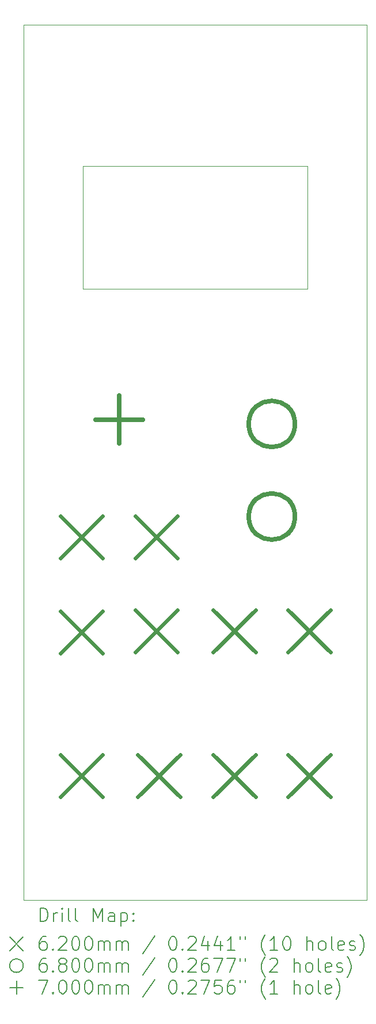
<source format=gbr>
%TF.GenerationSoftware,KiCad,Pcbnew,7.0.2*%
%TF.CreationDate,2025-01-10T16:22:41-06:00*%
%TF.ProjectId,gateDr_panel,67617465-4472-45f7-9061-6e656c2e6b69,rev?*%
%TF.SameCoordinates,Original*%
%TF.FileFunction,Drillmap*%
%TF.FilePolarity,Positive*%
%FSLAX45Y45*%
G04 Gerber Fmt 4.5, Leading zero omitted, Abs format (unit mm)*
G04 Created by KiCad (PCBNEW 7.0.2) date 2025-01-10 16:22:41*
%MOMM*%
%LPD*%
G01*
G04 APERTURE LIST*
%ADD10C,0.100000*%
%ADD11C,0.200000*%
%ADD12C,0.620000*%
%ADD13C,0.680000*%
%ADD14C,0.700000*%
G04 APERTURE END LIST*
D10*
X5000000Y-5000000D02*
X10050000Y-5000000D01*
X10050000Y-17850000D01*
X5000000Y-17850000D01*
X5000000Y-5000000D01*
X5875000Y-7075000D02*
X9175000Y-7075000D01*
X9175000Y-8875000D01*
X5875000Y-8875000D01*
X5875000Y-7075000D01*
D11*
D12*
X5540000Y-12210000D02*
X6160000Y-12830000D01*
X6160000Y-12210000D02*
X5540000Y-12830000D01*
X5540000Y-13610000D02*
X6160000Y-14230000D01*
X6160000Y-13610000D02*
X5540000Y-14230000D01*
X5540000Y-15715000D02*
X6160000Y-16335000D01*
X6160000Y-15715000D02*
X5540000Y-16335000D01*
X6640000Y-12210000D02*
X7260000Y-12830000D01*
X7260000Y-12210000D02*
X6640000Y-12830000D01*
X6640000Y-13590000D02*
X7260000Y-14210000D01*
X7260000Y-13590000D02*
X6640000Y-14210000D01*
X6680000Y-15715000D02*
X7300000Y-16335000D01*
X7300000Y-15715000D02*
X6680000Y-16335000D01*
X7790000Y-13590000D02*
X8410000Y-14210000D01*
X8410000Y-13590000D02*
X7790000Y-14210000D01*
X7790000Y-15715000D02*
X8410000Y-16335000D01*
X8410000Y-15715000D02*
X7790000Y-16335000D01*
X8890000Y-13590000D02*
X9510000Y-14210000D01*
X9510000Y-13590000D02*
X8890000Y-14210000D01*
X8890000Y-15715000D02*
X9510000Y-16335000D01*
X9510000Y-15715000D02*
X8890000Y-16335000D01*
D13*
X8990000Y-10860000D02*
G75*
G03*
X8990000Y-10860000I-340000J0D01*
G01*
X8990000Y-12220000D02*
G75*
G03*
X8990000Y-12220000I-340000J0D01*
G01*
D14*
X6405000Y-10445000D02*
X6405000Y-11145000D01*
X6055000Y-10795000D02*
X6755000Y-10795000D01*
D11*
X5242619Y-18167524D02*
X5242619Y-17967524D01*
X5242619Y-17967524D02*
X5290238Y-17967524D01*
X5290238Y-17967524D02*
X5318810Y-17977048D01*
X5318810Y-17977048D02*
X5337857Y-17996095D01*
X5337857Y-17996095D02*
X5347381Y-18015143D01*
X5347381Y-18015143D02*
X5356905Y-18053238D01*
X5356905Y-18053238D02*
X5356905Y-18081810D01*
X5356905Y-18081810D02*
X5347381Y-18119905D01*
X5347381Y-18119905D02*
X5337857Y-18138952D01*
X5337857Y-18138952D02*
X5318810Y-18158000D01*
X5318810Y-18158000D02*
X5290238Y-18167524D01*
X5290238Y-18167524D02*
X5242619Y-18167524D01*
X5442619Y-18167524D02*
X5442619Y-18034190D01*
X5442619Y-18072286D02*
X5452143Y-18053238D01*
X5452143Y-18053238D02*
X5461667Y-18043714D01*
X5461667Y-18043714D02*
X5480714Y-18034190D01*
X5480714Y-18034190D02*
X5499762Y-18034190D01*
X5566429Y-18167524D02*
X5566429Y-18034190D01*
X5566429Y-17967524D02*
X5556905Y-17977048D01*
X5556905Y-17977048D02*
X5566429Y-17986571D01*
X5566429Y-17986571D02*
X5575952Y-17977048D01*
X5575952Y-17977048D02*
X5566429Y-17967524D01*
X5566429Y-17967524D02*
X5566429Y-17986571D01*
X5690238Y-18167524D02*
X5671190Y-18158000D01*
X5671190Y-18158000D02*
X5661667Y-18138952D01*
X5661667Y-18138952D02*
X5661667Y-17967524D01*
X5795000Y-18167524D02*
X5775952Y-18158000D01*
X5775952Y-18158000D02*
X5766428Y-18138952D01*
X5766428Y-18138952D02*
X5766428Y-17967524D01*
X6023571Y-18167524D02*
X6023571Y-17967524D01*
X6023571Y-17967524D02*
X6090238Y-18110381D01*
X6090238Y-18110381D02*
X6156905Y-17967524D01*
X6156905Y-17967524D02*
X6156905Y-18167524D01*
X6337857Y-18167524D02*
X6337857Y-18062762D01*
X6337857Y-18062762D02*
X6328333Y-18043714D01*
X6328333Y-18043714D02*
X6309286Y-18034190D01*
X6309286Y-18034190D02*
X6271190Y-18034190D01*
X6271190Y-18034190D02*
X6252143Y-18043714D01*
X6337857Y-18158000D02*
X6318809Y-18167524D01*
X6318809Y-18167524D02*
X6271190Y-18167524D01*
X6271190Y-18167524D02*
X6252143Y-18158000D01*
X6252143Y-18158000D02*
X6242619Y-18138952D01*
X6242619Y-18138952D02*
X6242619Y-18119905D01*
X6242619Y-18119905D02*
X6252143Y-18100857D01*
X6252143Y-18100857D02*
X6271190Y-18091333D01*
X6271190Y-18091333D02*
X6318809Y-18091333D01*
X6318809Y-18091333D02*
X6337857Y-18081810D01*
X6433095Y-18034190D02*
X6433095Y-18234190D01*
X6433095Y-18043714D02*
X6452143Y-18034190D01*
X6452143Y-18034190D02*
X6490238Y-18034190D01*
X6490238Y-18034190D02*
X6509286Y-18043714D01*
X6509286Y-18043714D02*
X6518809Y-18053238D01*
X6518809Y-18053238D02*
X6528333Y-18072286D01*
X6528333Y-18072286D02*
X6528333Y-18129429D01*
X6528333Y-18129429D02*
X6518809Y-18148476D01*
X6518809Y-18148476D02*
X6509286Y-18158000D01*
X6509286Y-18158000D02*
X6490238Y-18167524D01*
X6490238Y-18167524D02*
X6452143Y-18167524D01*
X6452143Y-18167524D02*
X6433095Y-18158000D01*
X6614048Y-18148476D02*
X6623571Y-18158000D01*
X6623571Y-18158000D02*
X6614048Y-18167524D01*
X6614048Y-18167524D02*
X6604524Y-18158000D01*
X6604524Y-18158000D02*
X6614048Y-18148476D01*
X6614048Y-18148476D02*
X6614048Y-18167524D01*
X6614048Y-18043714D02*
X6623571Y-18053238D01*
X6623571Y-18053238D02*
X6614048Y-18062762D01*
X6614048Y-18062762D02*
X6604524Y-18053238D01*
X6604524Y-18053238D02*
X6614048Y-18043714D01*
X6614048Y-18043714D02*
X6614048Y-18062762D01*
X4795000Y-18395000D02*
X4995000Y-18595000D01*
X4995000Y-18395000D02*
X4795000Y-18595000D01*
X5328333Y-18387524D02*
X5290238Y-18387524D01*
X5290238Y-18387524D02*
X5271190Y-18397048D01*
X5271190Y-18397048D02*
X5261667Y-18406571D01*
X5261667Y-18406571D02*
X5242619Y-18435143D01*
X5242619Y-18435143D02*
X5233095Y-18473238D01*
X5233095Y-18473238D02*
X5233095Y-18549429D01*
X5233095Y-18549429D02*
X5242619Y-18568476D01*
X5242619Y-18568476D02*
X5252143Y-18578000D01*
X5252143Y-18578000D02*
X5271190Y-18587524D01*
X5271190Y-18587524D02*
X5309286Y-18587524D01*
X5309286Y-18587524D02*
X5328333Y-18578000D01*
X5328333Y-18578000D02*
X5337857Y-18568476D01*
X5337857Y-18568476D02*
X5347381Y-18549429D01*
X5347381Y-18549429D02*
X5347381Y-18501810D01*
X5347381Y-18501810D02*
X5337857Y-18482762D01*
X5337857Y-18482762D02*
X5328333Y-18473238D01*
X5328333Y-18473238D02*
X5309286Y-18463714D01*
X5309286Y-18463714D02*
X5271190Y-18463714D01*
X5271190Y-18463714D02*
X5252143Y-18473238D01*
X5252143Y-18473238D02*
X5242619Y-18482762D01*
X5242619Y-18482762D02*
X5233095Y-18501810D01*
X5433095Y-18568476D02*
X5442619Y-18578000D01*
X5442619Y-18578000D02*
X5433095Y-18587524D01*
X5433095Y-18587524D02*
X5423571Y-18578000D01*
X5423571Y-18578000D02*
X5433095Y-18568476D01*
X5433095Y-18568476D02*
X5433095Y-18587524D01*
X5518810Y-18406571D02*
X5528333Y-18397048D01*
X5528333Y-18397048D02*
X5547381Y-18387524D01*
X5547381Y-18387524D02*
X5595000Y-18387524D01*
X5595000Y-18387524D02*
X5614048Y-18397048D01*
X5614048Y-18397048D02*
X5623571Y-18406571D01*
X5623571Y-18406571D02*
X5633095Y-18425619D01*
X5633095Y-18425619D02*
X5633095Y-18444667D01*
X5633095Y-18444667D02*
X5623571Y-18473238D01*
X5623571Y-18473238D02*
X5509286Y-18587524D01*
X5509286Y-18587524D02*
X5633095Y-18587524D01*
X5756905Y-18387524D02*
X5775952Y-18387524D01*
X5775952Y-18387524D02*
X5795000Y-18397048D01*
X5795000Y-18397048D02*
X5804524Y-18406571D01*
X5804524Y-18406571D02*
X5814048Y-18425619D01*
X5814048Y-18425619D02*
X5823571Y-18463714D01*
X5823571Y-18463714D02*
X5823571Y-18511333D01*
X5823571Y-18511333D02*
X5814048Y-18549429D01*
X5814048Y-18549429D02*
X5804524Y-18568476D01*
X5804524Y-18568476D02*
X5795000Y-18578000D01*
X5795000Y-18578000D02*
X5775952Y-18587524D01*
X5775952Y-18587524D02*
X5756905Y-18587524D01*
X5756905Y-18587524D02*
X5737857Y-18578000D01*
X5737857Y-18578000D02*
X5728333Y-18568476D01*
X5728333Y-18568476D02*
X5718809Y-18549429D01*
X5718809Y-18549429D02*
X5709286Y-18511333D01*
X5709286Y-18511333D02*
X5709286Y-18463714D01*
X5709286Y-18463714D02*
X5718809Y-18425619D01*
X5718809Y-18425619D02*
X5728333Y-18406571D01*
X5728333Y-18406571D02*
X5737857Y-18397048D01*
X5737857Y-18397048D02*
X5756905Y-18387524D01*
X5947381Y-18387524D02*
X5966429Y-18387524D01*
X5966429Y-18387524D02*
X5985476Y-18397048D01*
X5985476Y-18397048D02*
X5995000Y-18406571D01*
X5995000Y-18406571D02*
X6004524Y-18425619D01*
X6004524Y-18425619D02*
X6014048Y-18463714D01*
X6014048Y-18463714D02*
X6014048Y-18511333D01*
X6014048Y-18511333D02*
X6004524Y-18549429D01*
X6004524Y-18549429D02*
X5995000Y-18568476D01*
X5995000Y-18568476D02*
X5985476Y-18578000D01*
X5985476Y-18578000D02*
X5966429Y-18587524D01*
X5966429Y-18587524D02*
X5947381Y-18587524D01*
X5947381Y-18587524D02*
X5928333Y-18578000D01*
X5928333Y-18578000D02*
X5918809Y-18568476D01*
X5918809Y-18568476D02*
X5909286Y-18549429D01*
X5909286Y-18549429D02*
X5899762Y-18511333D01*
X5899762Y-18511333D02*
X5899762Y-18463714D01*
X5899762Y-18463714D02*
X5909286Y-18425619D01*
X5909286Y-18425619D02*
X5918809Y-18406571D01*
X5918809Y-18406571D02*
X5928333Y-18397048D01*
X5928333Y-18397048D02*
X5947381Y-18387524D01*
X6099762Y-18587524D02*
X6099762Y-18454190D01*
X6099762Y-18473238D02*
X6109286Y-18463714D01*
X6109286Y-18463714D02*
X6128333Y-18454190D01*
X6128333Y-18454190D02*
X6156905Y-18454190D01*
X6156905Y-18454190D02*
X6175952Y-18463714D01*
X6175952Y-18463714D02*
X6185476Y-18482762D01*
X6185476Y-18482762D02*
X6185476Y-18587524D01*
X6185476Y-18482762D02*
X6195000Y-18463714D01*
X6195000Y-18463714D02*
X6214048Y-18454190D01*
X6214048Y-18454190D02*
X6242619Y-18454190D01*
X6242619Y-18454190D02*
X6261667Y-18463714D01*
X6261667Y-18463714D02*
X6271190Y-18482762D01*
X6271190Y-18482762D02*
X6271190Y-18587524D01*
X6366429Y-18587524D02*
X6366429Y-18454190D01*
X6366429Y-18473238D02*
X6375952Y-18463714D01*
X6375952Y-18463714D02*
X6395000Y-18454190D01*
X6395000Y-18454190D02*
X6423571Y-18454190D01*
X6423571Y-18454190D02*
X6442619Y-18463714D01*
X6442619Y-18463714D02*
X6452143Y-18482762D01*
X6452143Y-18482762D02*
X6452143Y-18587524D01*
X6452143Y-18482762D02*
X6461667Y-18463714D01*
X6461667Y-18463714D02*
X6480714Y-18454190D01*
X6480714Y-18454190D02*
X6509286Y-18454190D01*
X6509286Y-18454190D02*
X6528333Y-18463714D01*
X6528333Y-18463714D02*
X6537857Y-18482762D01*
X6537857Y-18482762D02*
X6537857Y-18587524D01*
X6928333Y-18378000D02*
X6756905Y-18635143D01*
X7185476Y-18387524D02*
X7204524Y-18387524D01*
X7204524Y-18387524D02*
X7223572Y-18397048D01*
X7223572Y-18397048D02*
X7233095Y-18406571D01*
X7233095Y-18406571D02*
X7242619Y-18425619D01*
X7242619Y-18425619D02*
X7252143Y-18463714D01*
X7252143Y-18463714D02*
X7252143Y-18511333D01*
X7252143Y-18511333D02*
X7242619Y-18549429D01*
X7242619Y-18549429D02*
X7233095Y-18568476D01*
X7233095Y-18568476D02*
X7223572Y-18578000D01*
X7223572Y-18578000D02*
X7204524Y-18587524D01*
X7204524Y-18587524D02*
X7185476Y-18587524D01*
X7185476Y-18587524D02*
X7166429Y-18578000D01*
X7166429Y-18578000D02*
X7156905Y-18568476D01*
X7156905Y-18568476D02*
X7147381Y-18549429D01*
X7147381Y-18549429D02*
X7137857Y-18511333D01*
X7137857Y-18511333D02*
X7137857Y-18463714D01*
X7137857Y-18463714D02*
X7147381Y-18425619D01*
X7147381Y-18425619D02*
X7156905Y-18406571D01*
X7156905Y-18406571D02*
X7166429Y-18397048D01*
X7166429Y-18397048D02*
X7185476Y-18387524D01*
X7337857Y-18568476D02*
X7347381Y-18578000D01*
X7347381Y-18578000D02*
X7337857Y-18587524D01*
X7337857Y-18587524D02*
X7328333Y-18578000D01*
X7328333Y-18578000D02*
X7337857Y-18568476D01*
X7337857Y-18568476D02*
X7337857Y-18587524D01*
X7423572Y-18406571D02*
X7433095Y-18397048D01*
X7433095Y-18397048D02*
X7452143Y-18387524D01*
X7452143Y-18387524D02*
X7499762Y-18387524D01*
X7499762Y-18387524D02*
X7518810Y-18397048D01*
X7518810Y-18397048D02*
X7528333Y-18406571D01*
X7528333Y-18406571D02*
X7537857Y-18425619D01*
X7537857Y-18425619D02*
X7537857Y-18444667D01*
X7537857Y-18444667D02*
X7528333Y-18473238D01*
X7528333Y-18473238D02*
X7414048Y-18587524D01*
X7414048Y-18587524D02*
X7537857Y-18587524D01*
X7709286Y-18454190D02*
X7709286Y-18587524D01*
X7661667Y-18378000D02*
X7614048Y-18520857D01*
X7614048Y-18520857D02*
X7737857Y-18520857D01*
X7899762Y-18454190D02*
X7899762Y-18587524D01*
X7852143Y-18378000D02*
X7804524Y-18520857D01*
X7804524Y-18520857D02*
X7928333Y-18520857D01*
X8109286Y-18587524D02*
X7995000Y-18587524D01*
X8052143Y-18587524D02*
X8052143Y-18387524D01*
X8052143Y-18387524D02*
X8033095Y-18416095D01*
X8033095Y-18416095D02*
X8014048Y-18435143D01*
X8014048Y-18435143D02*
X7995000Y-18444667D01*
X8185476Y-18387524D02*
X8185476Y-18425619D01*
X8261667Y-18387524D02*
X8261667Y-18425619D01*
X8556905Y-18663714D02*
X8547381Y-18654190D01*
X8547381Y-18654190D02*
X8528334Y-18625619D01*
X8528334Y-18625619D02*
X8518810Y-18606571D01*
X8518810Y-18606571D02*
X8509286Y-18578000D01*
X8509286Y-18578000D02*
X8499762Y-18530381D01*
X8499762Y-18530381D02*
X8499762Y-18492286D01*
X8499762Y-18492286D02*
X8509286Y-18444667D01*
X8509286Y-18444667D02*
X8518810Y-18416095D01*
X8518810Y-18416095D02*
X8528334Y-18397048D01*
X8528334Y-18397048D02*
X8547381Y-18368476D01*
X8547381Y-18368476D02*
X8556905Y-18358952D01*
X8737857Y-18587524D02*
X8623572Y-18587524D01*
X8680715Y-18587524D02*
X8680715Y-18387524D01*
X8680715Y-18387524D02*
X8661667Y-18416095D01*
X8661667Y-18416095D02*
X8642619Y-18435143D01*
X8642619Y-18435143D02*
X8623572Y-18444667D01*
X8861667Y-18387524D02*
X8880715Y-18387524D01*
X8880715Y-18387524D02*
X8899762Y-18397048D01*
X8899762Y-18397048D02*
X8909286Y-18406571D01*
X8909286Y-18406571D02*
X8918810Y-18425619D01*
X8918810Y-18425619D02*
X8928334Y-18463714D01*
X8928334Y-18463714D02*
X8928334Y-18511333D01*
X8928334Y-18511333D02*
X8918810Y-18549429D01*
X8918810Y-18549429D02*
X8909286Y-18568476D01*
X8909286Y-18568476D02*
X8899762Y-18578000D01*
X8899762Y-18578000D02*
X8880715Y-18587524D01*
X8880715Y-18587524D02*
X8861667Y-18587524D01*
X8861667Y-18587524D02*
X8842619Y-18578000D01*
X8842619Y-18578000D02*
X8833096Y-18568476D01*
X8833096Y-18568476D02*
X8823572Y-18549429D01*
X8823572Y-18549429D02*
X8814048Y-18511333D01*
X8814048Y-18511333D02*
X8814048Y-18463714D01*
X8814048Y-18463714D02*
X8823572Y-18425619D01*
X8823572Y-18425619D02*
X8833096Y-18406571D01*
X8833096Y-18406571D02*
X8842619Y-18397048D01*
X8842619Y-18397048D02*
X8861667Y-18387524D01*
X9166429Y-18587524D02*
X9166429Y-18387524D01*
X9252143Y-18587524D02*
X9252143Y-18482762D01*
X9252143Y-18482762D02*
X9242619Y-18463714D01*
X9242619Y-18463714D02*
X9223572Y-18454190D01*
X9223572Y-18454190D02*
X9195000Y-18454190D01*
X9195000Y-18454190D02*
X9175953Y-18463714D01*
X9175953Y-18463714D02*
X9166429Y-18473238D01*
X9375953Y-18587524D02*
X9356905Y-18578000D01*
X9356905Y-18578000D02*
X9347381Y-18568476D01*
X9347381Y-18568476D02*
X9337858Y-18549429D01*
X9337858Y-18549429D02*
X9337858Y-18492286D01*
X9337858Y-18492286D02*
X9347381Y-18473238D01*
X9347381Y-18473238D02*
X9356905Y-18463714D01*
X9356905Y-18463714D02*
X9375953Y-18454190D01*
X9375953Y-18454190D02*
X9404524Y-18454190D01*
X9404524Y-18454190D02*
X9423572Y-18463714D01*
X9423572Y-18463714D02*
X9433096Y-18473238D01*
X9433096Y-18473238D02*
X9442619Y-18492286D01*
X9442619Y-18492286D02*
X9442619Y-18549429D01*
X9442619Y-18549429D02*
X9433096Y-18568476D01*
X9433096Y-18568476D02*
X9423572Y-18578000D01*
X9423572Y-18578000D02*
X9404524Y-18587524D01*
X9404524Y-18587524D02*
X9375953Y-18587524D01*
X9556905Y-18587524D02*
X9537858Y-18578000D01*
X9537858Y-18578000D02*
X9528334Y-18558952D01*
X9528334Y-18558952D02*
X9528334Y-18387524D01*
X9709286Y-18578000D02*
X9690239Y-18587524D01*
X9690239Y-18587524D02*
X9652143Y-18587524D01*
X9652143Y-18587524D02*
X9633096Y-18578000D01*
X9633096Y-18578000D02*
X9623572Y-18558952D01*
X9623572Y-18558952D02*
X9623572Y-18482762D01*
X9623572Y-18482762D02*
X9633096Y-18463714D01*
X9633096Y-18463714D02*
X9652143Y-18454190D01*
X9652143Y-18454190D02*
X9690239Y-18454190D01*
X9690239Y-18454190D02*
X9709286Y-18463714D01*
X9709286Y-18463714D02*
X9718810Y-18482762D01*
X9718810Y-18482762D02*
X9718810Y-18501810D01*
X9718810Y-18501810D02*
X9623572Y-18520857D01*
X9795000Y-18578000D02*
X9814048Y-18587524D01*
X9814048Y-18587524D02*
X9852143Y-18587524D01*
X9852143Y-18587524D02*
X9871191Y-18578000D01*
X9871191Y-18578000D02*
X9880715Y-18558952D01*
X9880715Y-18558952D02*
X9880715Y-18549429D01*
X9880715Y-18549429D02*
X9871191Y-18530381D01*
X9871191Y-18530381D02*
X9852143Y-18520857D01*
X9852143Y-18520857D02*
X9823572Y-18520857D01*
X9823572Y-18520857D02*
X9804524Y-18511333D01*
X9804524Y-18511333D02*
X9795000Y-18492286D01*
X9795000Y-18492286D02*
X9795000Y-18482762D01*
X9795000Y-18482762D02*
X9804524Y-18463714D01*
X9804524Y-18463714D02*
X9823572Y-18454190D01*
X9823572Y-18454190D02*
X9852143Y-18454190D01*
X9852143Y-18454190D02*
X9871191Y-18463714D01*
X9947381Y-18663714D02*
X9956905Y-18654190D01*
X9956905Y-18654190D02*
X9975953Y-18625619D01*
X9975953Y-18625619D02*
X9985477Y-18606571D01*
X9985477Y-18606571D02*
X9995000Y-18578000D01*
X9995000Y-18578000D02*
X10004524Y-18530381D01*
X10004524Y-18530381D02*
X10004524Y-18492286D01*
X10004524Y-18492286D02*
X9995000Y-18444667D01*
X9995000Y-18444667D02*
X9985477Y-18416095D01*
X9985477Y-18416095D02*
X9975953Y-18397048D01*
X9975953Y-18397048D02*
X9956905Y-18368476D01*
X9956905Y-18368476D02*
X9947381Y-18358952D01*
X4995000Y-18815000D02*
G75*
G03*
X4995000Y-18815000I-100000J0D01*
G01*
X5328333Y-18707524D02*
X5290238Y-18707524D01*
X5290238Y-18707524D02*
X5271190Y-18717048D01*
X5271190Y-18717048D02*
X5261667Y-18726571D01*
X5261667Y-18726571D02*
X5242619Y-18755143D01*
X5242619Y-18755143D02*
X5233095Y-18793238D01*
X5233095Y-18793238D02*
X5233095Y-18869429D01*
X5233095Y-18869429D02*
X5242619Y-18888476D01*
X5242619Y-18888476D02*
X5252143Y-18898000D01*
X5252143Y-18898000D02*
X5271190Y-18907524D01*
X5271190Y-18907524D02*
X5309286Y-18907524D01*
X5309286Y-18907524D02*
X5328333Y-18898000D01*
X5328333Y-18898000D02*
X5337857Y-18888476D01*
X5337857Y-18888476D02*
X5347381Y-18869429D01*
X5347381Y-18869429D02*
X5347381Y-18821810D01*
X5347381Y-18821810D02*
X5337857Y-18802762D01*
X5337857Y-18802762D02*
X5328333Y-18793238D01*
X5328333Y-18793238D02*
X5309286Y-18783714D01*
X5309286Y-18783714D02*
X5271190Y-18783714D01*
X5271190Y-18783714D02*
X5252143Y-18793238D01*
X5252143Y-18793238D02*
X5242619Y-18802762D01*
X5242619Y-18802762D02*
X5233095Y-18821810D01*
X5433095Y-18888476D02*
X5442619Y-18898000D01*
X5442619Y-18898000D02*
X5433095Y-18907524D01*
X5433095Y-18907524D02*
X5423571Y-18898000D01*
X5423571Y-18898000D02*
X5433095Y-18888476D01*
X5433095Y-18888476D02*
X5433095Y-18907524D01*
X5556905Y-18793238D02*
X5537857Y-18783714D01*
X5537857Y-18783714D02*
X5528333Y-18774190D01*
X5528333Y-18774190D02*
X5518810Y-18755143D01*
X5518810Y-18755143D02*
X5518810Y-18745619D01*
X5518810Y-18745619D02*
X5528333Y-18726571D01*
X5528333Y-18726571D02*
X5537857Y-18717048D01*
X5537857Y-18717048D02*
X5556905Y-18707524D01*
X5556905Y-18707524D02*
X5595000Y-18707524D01*
X5595000Y-18707524D02*
X5614048Y-18717048D01*
X5614048Y-18717048D02*
X5623571Y-18726571D01*
X5623571Y-18726571D02*
X5633095Y-18745619D01*
X5633095Y-18745619D02*
X5633095Y-18755143D01*
X5633095Y-18755143D02*
X5623571Y-18774190D01*
X5623571Y-18774190D02*
X5614048Y-18783714D01*
X5614048Y-18783714D02*
X5595000Y-18793238D01*
X5595000Y-18793238D02*
X5556905Y-18793238D01*
X5556905Y-18793238D02*
X5537857Y-18802762D01*
X5537857Y-18802762D02*
X5528333Y-18812286D01*
X5528333Y-18812286D02*
X5518810Y-18831333D01*
X5518810Y-18831333D02*
X5518810Y-18869429D01*
X5518810Y-18869429D02*
X5528333Y-18888476D01*
X5528333Y-18888476D02*
X5537857Y-18898000D01*
X5537857Y-18898000D02*
X5556905Y-18907524D01*
X5556905Y-18907524D02*
X5595000Y-18907524D01*
X5595000Y-18907524D02*
X5614048Y-18898000D01*
X5614048Y-18898000D02*
X5623571Y-18888476D01*
X5623571Y-18888476D02*
X5633095Y-18869429D01*
X5633095Y-18869429D02*
X5633095Y-18831333D01*
X5633095Y-18831333D02*
X5623571Y-18812286D01*
X5623571Y-18812286D02*
X5614048Y-18802762D01*
X5614048Y-18802762D02*
X5595000Y-18793238D01*
X5756905Y-18707524D02*
X5775952Y-18707524D01*
X5775952Y-18707524D02*
X5795000Y-18717048D01*
X5795000Y-18717048D02*
X5804524Y-18726571D01*
X5804524Y-18726571D02*
X5814048Y-18745619D01*
X5814048Y-18745619D02*
X5823571Y-18783714D01*
X5823571Y-18783714D02*
X5823571Y-18831333D01*
X5823571Y-18831333D02*
X5814048Y-18869429D01*
X5814048Y-18869429D02*
X5804524Y-18888476D01*
X5804524Y-18888476D02*
X5795000Y-18898000D01*
X5795000Y-18898000D02*
X5775952Y-18907524D01*
X5775952Y-18907524D02*
X5756905Y-18907524D01*
X5756905Y-18907524D02*
X5737857Y-18898000D01*
X5737857Y-18898000D02*
X5728333Y-18888476D01*
X5728333Y-18888476D02*
X5718809Y-18869429D01*
X5718809Y-18869429D02*
X5709286Y-18831333D01*
X5709286Y-18831333D02*
X5709286Y-18783714D01*
X5709286Y-18783714D02*
X5718809Y-18745619D01*
X5718809Y-18745619D02*
X5728333Y-18726571D01*
X5728333Y-18726571D02*
X5737857Y-18717048D01*
X5737857Y-18717048D02*
X5756905Y-18707524D01*
X5947381Y-18707524D02*
X5966429Y-18707524D01*
X5966429Y-18707524D02*
X5985476Y-18717048D01*
X5985476Y-18717048D02*
X5995000Y-18726571D01*
X5995000Y-18726571D02*
X6004524Y-18745619D01*
X6004524Y-18745619D02*
X6014048Y-18783714D01*
X6014048Y-18783714D02*
X6014048Y-18831333D01*
X6014048Y-18831333D02*
X6004524Y-18869429D01*
X6004524Y-18869429D02*
X5995000Y-18888476D01*
X5995000Y-18888476D02*
X5985476Y-18898000D01*
X5985476Y-18898000D02*
X5966429Y-18907524D01*
X5966429Y-18907524D02*
X5947381Y-18907524D01*
X5947381Y-18907524D02*
X5928333Y-18898000D01*
X5928333Y-18898000D02*
X5918809Y-18888476D01*
X5918809Y-18888476D02*
X5909286Y-18869429D01*
X5909286Y-18869429D02*
X5899762Y-18831333D01*
X5899762Y-18831333D02*
X5899762Y-18783714D01*
X5899762Y-18783714D02*
X5909286Y-18745619D01*
X5909286Y-18745619D02*
X5918809Y-18726571D01*
X5918809Y-18726571D02*
X5928333Y-18717048D01*
X5928333Y-18717048D02*
X5947381Y-18707524D01*
X6099762Y-18907524D02*
X6099762Y-18774190D01*
X6099762Y-18793238D02*
X6109286Y-18783714D01*
X6109286Y-18783714D02*
X6128333Y-18774190D01*
X6128333Y-18774190D02*
X6156905Y-18774190D01*
X6156905Y-18774190D02*
X6175952Y-18783714D01*
X6175952Y-18783714D02*
X6185476Y-18802762D01*
X6185476Y-18802762D02*
X6185476Y-18907524D01*
X6185476Y-18802762D02*
X6195000Y-18783714D01*
X6195000Y-18783714D02*
X6214048Y-18774190D01*
X6214048Y-18774190D02*
X6242619Y-18774190D01*
X6242619Y-18774190D02*
X6261667Y-18783714D01*
X6261667Y-18783714D02*
X6271190Y-18802762D01*
X6271190Y-18802762D02*
X6271190Y-18907524D01*
X6366429Y-18907524D02*
X6366429Y-18774190D01*
X6366429Y-18793238D02*
X6375952Y-18783714D01*
X6375952Y-18783714D02*
X6395000Y-18774190D01*
X6395000Y-18774190D02*
X6423571Y-18774190D01*
X6423571Y-18774190D02*
X6442619Y-18783714D01*
X6442619Y-18783714D02*
X6452143Y-18802762D01*
X6452143Y-18802762D02*
X6452143Y-18907524D01*
X6452143Y-18802762D02*
X6461667Y-18783714D01*
X6461667Y-18783714D02*
X6480714Y-18774190D01*
X6480714Y-18774190D02*
X6509286Y-18774190D01*
X6509286Y-18774190D02*
X6528333Y-18783714D01*
X6528333Y-18783714D02*
X6537857Y-18802762D01*
X6537857Y-18802762D02*
X6537857Y-18907524D01*
X6928333Y-18698000D02*
X6756905Y-18955143D01*
X7185476Y-18707524D02*
X7204524Y-18707524D01*
X7204524Y-18707524D02*
X7223572Y-18717048D01*
X7223572Y-18717048D02*
X7233095Y-18726571D01*
X7233095Y-18726571D02*
X7242619Y-18745619D01*
X7242619Y-18745619D02*
X7252143Y-18783714D01*
X7252143Y-18783714D02*
X7252143Y-18831333D01*
X7252143Y-18831333D02*
X7242619Y-18869429D01*
X7242619Y-18869429D02*
X7233095Y-18888476D01*
X7233095Y-18888476D02*
X7223572Y-18898000D01*
X7223572Y-18898000D02*
X7204524Y-18907524D01*
X7204524Y-18907524D02*
X7185476Y-18907524D01*
X7185476Y-18907524D02*
X7166429Y-18898000D01*
X7166429Y-18898000D02*
X7156905Y-18888476D01*
X7156905Y-18888476D02*
X7147381Y-18869429D01*
X7147381Y-18869429D02*
X7137857Y-18831333D01*
X7137857Y-18831333D02*
X7137857Y-18783714D01*
X7137857Y-18783714D02*
X7147381Y-18745619D01*
X7147381Y-18745619D02*
X7156905Y-18726571D01*
X7156905Y-18726571D02*
X7166429Y-18717048D01*
X7166429Y-18717048D02*
X7185476Y-18707524D01*
X7337857Y-18888476D02*
X7347381Y-18898000D01*
X7347381Y-18898000D02*
X7337857Y-18907524D01*
X7337857Y-18907524D02*
X7328333Y-18898000D01*
X7328333Y-18898000D02*
X7337857Y-18888476D01*
X7337857Y-18888476D02*
X7337857Y-18907524D01*
X7423572Y-18726571D02*
X7433095Y-18717048D01*
X7433095Y-18717048D02*
X7452143Y-18707524D01*
X7452143Y-18707524D02*
X7499762Y-18707524D01*
X7499762Y-18707524D02*
X7518810Y-18717048D01*
X7518810Y-18717048D02*
X7528333Y-18726571D01*
X7528333Y-18726571D02*
X7537857Y-18745619D01*
X7537857Y-18745619D02*
X7537857Y-18764667D01*
X7537857Y-18764667D02*
X7528333Y-18793238D01*
X7528333Y-18793238D02*
X7414048Y-18907524D01*
X7414048Y-18907524D02*
X7537857Y-18907524D01*
X7709286Y-18707524D02*
X7671191Y-18707524D01*
X7671191Y-18707524D02*
X7652143Y-18717048D01*
X7652143Y-18717048D02*
X7642619Y-18726571D01*
X7642619Y-18726571D02*
X7623572Y-18755143D01*
X7623572Y-18755143D02*
X7614048Y-18793238D01*
X7614048Y-18793238D02*
X7614048Y-18869429D01*
X7614048Y-18869429D02*
X7623572Y-18888476D01*
X7623572Y-18888476D02*
X7633095Y-18898000D01*
X7633095Y-18898000D02*
X7652143Y-18907524D01*
X7652143Y-18907524D02*
X7690238Y-18907524D01*
X7690238Y-18907524D02*
X7709286Y-18898000D01*
X7709286Y-18898000D02*
X7718810Y-18888476D01*
X7718810Y-18888476D02*
X7728333Y-18869429D01*
X7728333Y-18869429D02*
X7728333Y-18821810D01*
X7728333Y-18821810D02*
X7718810Y-18802762D01*
X7718810Y-18802762D02*
X7709286Y-18793238D01*
X7709286Y-18793238D02*
X7690238Y-18783714D01*
X7690238Y-18783714D02*
X7652143Y-18783714D01*
X7652143Y-18783714D02*
X7633095Y-18793238D01*
X7633095Y-18793238D02*
X7623572Y-18802762D01*
X7623572Y-18802762D02*
X7614048Y-18821810D01*
X7795000Y-18707524D02*
X7928333Y-18707524D01*
X7928333Y-18707524D02*
X7842619Y-18907524D01*
X7985476Y-18707524D02*
X8118810Y-18707524D01*
X8118810Y-18707524D02*
X8033095Y-18907524D01*
X8185476Y-18707524D02*
X8185476Y-18745619D01*
X8261667Y-18707524D02*
X8261667Y-18745619D01*
X8556905Y-18983714D02*
X8547381Y-18974190D01*
X8547381Y-18974190D02*
X8528334Y-18945619D01*
X8528334Y-18945619D02*
X8518810Y-18926571D01*
X8518810Y-18926571D02*
X8509286Y-18898000D01*
X8509286Y-18898000D02*
X8499762Y-18850381D01*
X8499762Y-18850381D02*
X8499762Y-18812286D01*
X8499762Y-18812286D02*
X8509286Y-18764667D01*
X8509286Y-18764667D02*
X8518810Y-18736095D01*
X8518810Y-18736095D02*
X8528334Y-18717048D01*
X8528334Y-18717048D02*
X8547381Y-18688476D01*
X8547381Y-18688476D02*
X8556905Y-18678952D01*
X8623572Y-18726571D02*
X8633096Y-18717048D01*
X8633096Y-18717048D02*
X8652143Y-18707524D01*
X8652143Y-18707524D02*
X8699762Y-18707524D01*
X8699762Y-18707524D02*
X8718810Y-18717048D01*
X8718810Y-18717048D02*
X8728334Y-18726571D01*
X8728334Y-18726571D02*
X8737857Y-18745619D01*
X8737857Y-18745619D02*
X8737857Y-18764667D01*
X8737857Y-18764667D02*
X8728334Y-18793238D01*
X8728334Y-18793238D02*
X8614048Y-18907524D01*
X8614048Y-18907524D02*
X8737857Y-18907524D01*
X8975953Y-18907524D02*
X8975953Y-18707524D01*
X9061667Y-18907524D02*
X9061667Y-18802762D01*
X9061667Y-18802762D02*
X9052143Y-18783714D01*
X9052143Y-18783714D02*
X9033096Y-18774190D01*
X9033096Y-18774190D02*
X9004524Y-18774190D01*
X9004524Y-18774190D02*
X8985477Y-18783714D01*
X8985477Y-18783714D02*
X8975953Y-18793238D01*
X9185477Y-18907524D02*
X9166429Y-18898000D01*
X9166429Y-18898000D02*
X9156905Y-18888476D01*
X9156905Y-18888476D02*
X9147381Y-18869429D01*
X9147381Y-18869429D02*
X9147381Y-18812286D01*
X9147381Y-18812286D02*
X9156905Y-18793238D01*
X9156905Y-18793238D02*
X9166429Y-18783714D01*
X9166429Y-18783714D02*
X9185477Y-18774190D01*
X9185477Y-18774190D02*
X9214048Y-18774190D01*
X9214048Y-18774190D02*
X9233096Y-18783714D01*
X9233096Y-18783714D02*
X9242619Y-18793238D01*
X9242619Y-18793238D02*
X9252143Y-18812286D01*
X9252143Y-18812286D02*
X9252143Y-18869429D01*
X9252143Y-18869429D02*
X9242619Y-18888476D01*
X9242619Y-18888476D02*
X9233096Y-18898000D01*
X9233096Y-18898000D02*
X9214048Y-18907524D01*
X9214048Y-18907524D02*
X9185477Y-18907524D01*
X9366429Y-18907524D02*
X9347381Y-18898000D01*
X9347381Y-18898000D02*
X9337858Y-18878952D01*
X9337858Y-18878952D02*
X9337858Y-18707524D01*
X9518810Y-18898000D02*
X9499762Y-18907524D01*
X9499762Y-18907524D02*
X9461667Y-18907524D01*
X9461667Y-18907524D02*
X9442619Y-18898000D01*
X9442619Y-18898000D02*
X9433096Y-18878952D01*
X9433096Y-18878952D02*
X9433096Y-18802762D01*
X9433096Y-18802762D02*
X9442619Y-18783714D01*
X9442619Y-18783714D02*
X9461667Y-18774190D01*
X9461667Y-18774190D02*
X9499762Y-18774190D01*
X9499762Y-18774190D02*
X9518810Y-18783714D01*
X9518810Y-18783714D02*
X9528334Y-18802762D01*
X9528334Y-18802762D02*
X9528334Y-18821810D01*
X9528334Y-18821810D02*
X9433096Y-18840857D01*
X9604524Y-18898000D02*
X9623572Y-18907524D01*
X9623572Y-18907524D02*
X9661667Y-18907524D01*
X9661667Y-18907524D02*
X9680715Y-18898000D01*
X9680715Y-18898000D02*
X9690239Y-18878952D01*
X9690239Y-18878952D02*
X9690239Y-18869429D01*
X9690239Y-18869429D02*
X9680715Y-18850381D01*
X9680715Y-18850381D02*
X9661667Y-18840857D01*
X9661667Y-18840857D02*
X9633096Y-18840857D01*
X9633096Y-18840857D02*
X9614048Y-18831333D01*
X9614048Y-18831333D02*
X9604524Y-18812286D01*
X9604524Y-18812286D02*
X9604524Y-18802762D01*
X9604524Y-18802762D02*
X9614048Y-18783714D01*
X9614048Y-18783714D02*
X9633096Y-18774190D01*
X9633096Y-18774190D02*
X9661667Y-18774190D01*
X9661667Y-18774190D02*
X9680715Y-18783714D01*
X9756905Y-18983714D02*
X9766429Y-18974190D01*
X9766429Y-18974190D02*
X9785477Y-18945619D01*
X9785477Y-18945619D02*
X9795000Y-18926571D01*
X9795000Y-18926571D02*
X9804524Y-18898000D01*
X9804524Y-18898000D02*
X9814048Y-18850381D01*
X9814048Y-18850381D02*
X9814048Y-18812286D01*
X9814048Y-18812286D02*
X9804524Y-18764667D01*
X9804524Y-18764667D02*
X9795000Y-18736095D01*
X9795000Y-18736095D02*
X9785477Y-18717048D01*
X9785477Y-18717048D02*
X9766429Y-18688476D01*
X9766429Y-18688476D02*
X9756905Y-18678952D01*
X4895000Y-19035000D02*
X4895000Y-19235000D01*
X4795000Y-19135000D02*
X4995000Y-19135000D01*
X5223571Y-19027524D02*
X5356905Y-19027524D01*
X5356905Y-19027524D02*
X5271190Y-19227524D01*
X5433095Y-19208476D02*
X5442619Y-19218000D01*
X5442619Y-19218000D02*
X5433095Y-19227524D01*
X5433095Y-19227524D02*
X5423571Y-19218000D01*
X5423571Y-19218000D02*
X5433095Y-19208476D01*
X5433095Y-19208476D02*
X5433095Y-19227524D01*
X5566429Y-19027524D02*
X5585476Y-19027524D01*
X5585476Y-19027524D02*
X5604524Y-19037048D01*
X5604524Y-19037048D02*
X5614048Y-19046571D01*
X5614048Y-19046571D02*
X5623571Y-19065619D01*
X5623571Y-19065619D02*
X5633095Y-19103714D01*
X5633095Y-19103714D02*
X5633095Y-19151333D01*
X5633095Y-19151333D02*
X5623571Y-19189429D01*
X5623571Y-19189429D02*
X5614048Y-19208476D01*
X5614048Y-19208476D02*
X5604524Y-19218000D01*
X5604524Y-19218000D02*
X5585476Y-19227524D01*
X5585476Y-19227524D02*
X5566429Y-19227524D01*
X5566429Y-19227524D02*
X5547381Y-19218000D01*
X5547381Y-19218000D02*
X5537857Y-19208476D01*
X5537857Y-19208476D02*
X5528333Y-19189429D01*
X5528333Y-19189429D02*
X5518810Y-19151333D01*
X5518810Y-19151333D02*
X5518810Y-19103714D01*
X5518810Y-19103714D02*
X5528333Y-19065619D01*
X5528333Y-19065619D02*
X5537857Y-19046571D01*
X5537857Y-19046571D02*
X5547381Y-19037048D01*
X5547381Y-19037048D02*
X5566429Y-19027524D01*
X5756905Y-19027524D02*
X5775952Y-19027524D01*
X5775952Y-19027524D02*
X5795000Y-19037048D01*
X5795000Y-19037048D02*
X5804524Y-19046571D01*
X5804524Y-19046571D02*
X5814048Y-19065619D01*
X5814048Y-19065619D02*
X5823571Y-19103714D01*
X5823571Y-19103714D02*
X5823571Y-19151333D01*
X5823571Y-19151333D02*
X5814048Y-19189429D01*
X5814048Y-19189429D02*
X5804524Y-19208476D01*
X5804524Y-19208476D02*
X5795000Y-19218000D01*
X5795000Y-19218000D02*
X5775952Y-19227524D01*
X5775952Y-19227524D02*
X5756905Y-19227524D01*
X5756905Y-19227524D02*
X5737857Y-19218000D01*
X5737857Y-19218000D02*
X5728333Y-19208476D01*
X5728333Y-19208476D02*
X5718809Y-19189429D01*
X5718809Y-19189429D02*
X5709286Y-19151333D01*
X5709286Y-19151333D02*
X5709286Y-19103714D01*
X5709286Y-19103714D02*
X5718809Y-19065619D01*
X5718809Y-19065619D02*
X5728333Y-19046571D01*
X5728333Y-19046571D02*
X5737857Y-19037048D01*
X5737857Y-19037048D02*
X5756905Y-19027524D01*
X5947381Y-19027524D02*
X5966429Y-19027524D01*
X5966429Y-19027524D02*
X5985476Y-19037048D01*
X5985476Y-19037048D02*
X5995000Y-19046571D01*
X5995000Y-19046571D02*
X6004524Y-19065619D01*
X6004524Y-19065619D02*
X6014048Y-19103714D01*
X6014048Y-19103714D02*
X6014048Y-19151333D01*
X6014048Y-19151333D02*
X6004524Y-19189429D01*
X6004524Y-19189429D02*
X5995000Y-19208476D01*
X5995000Y-19208476D02*
X5985476Y-19218000D01*
X5985476Y-19218000D02*
X5966429Y-19227524D01*
X5966429Y-19227524D02*
X5947381Y-19227524D01*
X5947381Y-19227524D02*
X5928333Y-19218000D01*
X5928333Y-19218000D02*
X5918809Y-19208476D01*
X5918809Y-19208476D02*
X5909286Y-19189429D01*
X5909286Y-19189429D02*
X5899762Y-19151333D01*
X5899762Y-19151333D02*
X5899762Y-19103714D01*
X5899762Y-19103714D02*
X5909286Y-19065619D01*
X5909286Y-19065619D02*
X5918809Y-19046571D01*
X5918809Y-19046571D02*
X5928333Y-19037048D01*
X5928333Y-19037048D02*
X5947381Y-19027524D01*
X6099762Y-19227524D02*
X6099762Y-19094190D01*
X6099762Y-19113238D02*
X6109286Y-19103714D01*
X6109286Y-19103714D02*
X6128333Y-19094190D01*
X6128333Y-19094190D02*
X6156905Y-19094190D01*
X6156905Y-19094190D02*
X6175952Y-19103714D01*
X6175952Y-19103714D02*
X6185476Y-19122762D01*
X6185476Y-19122762D02*
X6185476Y-19227524D01*
X6185476Y-19122762D02*
X6195000Y-19103714D01*
X6195000Y-19103714D02*
X6214048Y-19094190D01*
X6214048Y-19094190D02*
X6242619Y-19094190D01*
X6242619Y-19094190D02*
X6261667Y-19103714D01*
X6261667Y-19103714D02*
X6271190Y-19122762D01*
X6271190Y-19122762D02*
X6271190Y-19227524D01*
X6366429Y-19227524D02*
X6366429Y-19094190D01*
X6366429Y-19113238D02*
X6375952Y-19103714D01*
X6375952Y-19103714D02*
X6395000Y-19094190D01*
X6395000Y-19094190D02*
X6423571Y-19094190D01*
X6423571Y-19094190D02*
X6442619Y-19103714D01*
X6442619Y-19103714D02*
X6452143Y-19122762D01*
X6452143Y-19122762D02*
X6452143Y-19227524D01*
X6452143Y-19122762D02*
X6461667Y-19103714D01*
X6461667Y-19103714D02*
X6480714Y-19094190D01*
X6480714Y-19094190D02*
X6509286Y-19094190D01*
X6509286Y-19094190D02*
X6528333Y-19103714D01*
X6528333Y-19103714D02*
X6537857Y-19122762D01*
X6537857Y-19122762D02*
X6537857Y-19227524D01*
X6928333Y-19018000D02*
X6756905Y-19275143D01*
X7185476Y-19027524D02*
X7204524Y-19027524D01*
X7204524Y-19027524D02*
X7223572Y-19037048D01*
X7223572Y-19037048D02*
X7233095Y-19046571D01*
X7233095Y-19046571D02*
X7242619Y-19065619D01*
X7242619Y-19065619D02*
X7252143Y-19103714D01*
X7252143Y-19103714D02*
X7252143Y-19151333D01*
X7252143Y-19151333D02*
X7242619Y-19189429D01*
X7242619Y-19189429D02*
X7233095Y-19208476D01*
X7233095Y-19208476D02*
X7223572Y-19218000D01*
X7223572Y-19218000D02*
X7204524Y-19227524D01*
X7204524Y-19227524D02*
X7185476Y-19227524D01*
X7185476Y-19227524D02*
X7166429Y-19218000D01*
X7166429Y-19218000D02*
X7156905Y-19208476D01*
X7156905Y-19208476D02*
X7147381Y-19189429D01*
X7147381Y-19189429D02*
X7137857Y-19151333D01*
X7137857Y-19151333D02*
X7137857Y-19103714D01*
X7137857Y-19103714D02*
X7147381Y-19065619D01*
X7147381Y-19065619D02*
X7156905Y-19046571D01*
X7156905Y-19046571D02*
X7166429Y-19037048D01*
X7166429Y-19037048D02*
X7185476Y-19027524D01*
X7337857Y-19208476D02*
X7347381Y-19218000D01*
X7347381Y-19218000D02*
X7337857Y-19227524D01*
X7337857Y-19227524D02*
X7328333Y-19218000D01*
X7328333Y-19218000D02*
X7337857Y-19208476D01*
X7337857Y-19208476D02*
X7337857Y-19227524D01*
X7423572Y-19046571D02*
X7433095Y-19037048D01*
X7433095Y-19037048D02*
X7452143Y-19027524D01*
X7452143Y-19027524D02*
X7499762Y-19027524D01*
X7499762Y-19027524D02*
X7518810Y-19037048D01*
X7518810Y-19037048D02*
X7528333Y-19046571D01*
X7528333Y-19046571D02*
X7537857Y-19065619D01*
X7537857Y-19065619D02*
X7537857Y-19084667D01*
X7537857Y-19084667D02*
X7528333Y-19113238D01*
X7528333Y-19113238D02*
X7414048Y-19227524D01*
X7414048Y-19227524D02*
X7537857Y-19227524D01*
X7604524Y-19027524D02*
X7737857Y-19027524D01*
X7737857Y-19027524D02*
X7652143Y-19227524D01*
X7909286Y-19027524D02*
X7814048Y-19027524D01*
X7814048Y-19027524D02*
X7804524Y-19122762D01*
X7804524Y-19122762D02*
X7814048Y-19113238D01*
X7814048Y-19113238D02*
X7833095Y-19103714D01*
X7833095Y-19103714D02*
X7880714Y-19103714D01*
X7880714Y-19103714D02*
X7899762Y-19113238D01*
X7899762Y-19113238D02*
X7909286Y-19122762D01*
X7909286Y-19122762D02*
X7918810Y-19141810D01*
X7918810Y-19141810D02*
X7918810Y-19189429D01*
X7918810Y-19189429D02*
X7909286Y-19208476D01*
X7909286Y-19208476D02*
X7899762Y-19218000D01*
X7899762Y-19218000D02*
X7880714Y-19227524D01*
X7880714Y-19227524D02*
X7833095Y-19227524D01*
X7833095Y-19227524D02*
X7814048Y-19218000D01*
X7814048Y-19218000D02*
X7804524Y-19208476D01*
X8090238Y-19027524D02*
X8052143Y-19027524D01*
X8052143Y-19027524D02*
X8033095Y-19037048D01*
X8033095Y-19037048D02*
X8023572Y-19046571D01*
X8023572Y-19046571D02*
X8004524Y-19075143D01*
X8004524Y-19075143D02*
X7995000Y-19113238D01*
X7995000Y-19113238D02*
X7995000Y-19189429D01*
X7995000Y-19189429D02*
X8004524Y-19208476D01*
X8004524Y-19208476D02*
X8014048Y-19218000D01*
X8014048Y-19218000D02*
X8033095Y-19227524D01*
X8033095Y-19227524D02*
X8071191Y-19227524D01*
X8071191Y-19227524D02*
X8090238Y-19218000D01*
X8090238Y-19218000D02*
X8099762Y-19208476D01*
X8099762Y-19208476D02*
X8109286Y-19189429D01*
X8109286Y-19189429D02*
X8109286Y-19141810D01*
X8109286Y-19141810D02*
X8099762Y-19122762D01*
X8099762Y-19122762D02*
X8090238Y-19113238D01*
X8090238Y-19113238D02*
X8071191Y-19103714D01*
X8071191Y-19103714D02*
X8033095Y-19103714D01*
X8033095Y-19103714D02*
X8014048Y-19113238D01*
X8014048Y-19113238D02*
X8004524Y-19122762D01*
X8004524Y-19122762D02*
X7995000Y-19141810D01*
X8185476Y-19027524D02*
X8185476Y-19065619D01*
X8261667Y-19027524D02*
X8261667Y-19065619D01*
X8556905Y-19303714D02*
X8547381Y-19294190D01*
X8547381Y-19294190D02*
X8528334Y-19265619D01*
X8528334Y-19265619D02*
X8518810Y-19246571D01*
X8518810Y-19246571D02*
X8509286Y-19218000D01*
X8509286Y-19218000D02*
X8499762Y-19170381D01*
X8499762Y-19170381D02*
X8499762Y-19132286D01*
X8499762Y-19132286D02*
X8509286Y-19084667D01*
X8509286Y-19084667D02*
X8518810Y-19056095D01*
X8518810Y-19056095D02*
X8528334Y-19037048D01*
X8528334Y-19037048D02*
X8547381Y-19008476D01*
X8547381Y-19008476D02*
X8556905Y-18998952D01*
X8737857Y-19227524D02*
X8623572Y-19227524D01*
X8680715Y-19227524D02*
X8680715Y-19027524D01*
X8680715Y-19027524D02*
X8661667Y-19056095D01*
X8661667Y-19056095D02*
X8642619Y-19075143D01*
X8642619Y-19075143D02*
X8623572Y-19084667D01*
X8975953Y-19227524D02*
X8975953Y-19027524D01*
X9061667Y-19227524D02*
X9061667Y-19122762D01*
X9061667Y-19122762D02*
X9052143Y-19103714D01*
X9052143Y-19103714D02*
X9033096Y-19094190D01*
X9033096Y-19094190D02*
X9004524Y-19094190D01*
X9004524Y-19094190D02*
X8985477Y-19103714D01*
X8985477Y-19103714D02*
X8975953Y-19113238D01*
X9185477Y-19227524D02*
X9166429Y-19218000D01*
X9166429Y-19218000D02*
X9156905Y-19208476D01*
X9156905Y-19208476D02*
X9147381Y-19189429D01*
X9147381Y-19189429D02*
X9147381Y-19132286D01*
X9147381Y-19132286D02*
X9156905Y-19113238D01*
X9156905Y-19113238D02*
X9166429Y-19103714D01*
X9166429Y-19103714D02*
X9185477Y-19094190D01*
X9185477Y-19094190D02*
X9214048Y-19094190D01*
X9214048Y-19094190D02*
X9233096Y-19103714D01*
X9233096Y-19103714D02*
X9242619Y-19113238D01*
X9242619Y-19113238D02*
X9252143Y-19132286D01*
X9252143Y-19132286D02*
X9252143Y-19189429D01*
X9252143Y-19189429D02*
X9242619Y-19208476D01*
X9242619Y-19208476D02*
X9233096Y-19218000D01*
X9233096Y-19218000D02*
X9214048Y-19227524D01*
X9214048Y-19227524D02*
X9185477Y-19227524D01*
X9366429Y-19227524D02*
X9347381Y-19218000D01*
X9347381Y-19218000D02*
X9337858Y-19198952D01*
X9337858Y-19198952D02*
X9337858Y-19027524D01*
X9518810Y-19218000D02*
X9499762Y-19227524D01*
X9499762Y-19227524D02*
X9461667Y-19227524D01*
X9461667Y-19227524D02*
X9442619Y-19218000D01*
X9442619Y-19218000D02*
X9433096Y-19198952D01*
X9433096Y-19198952D02*
X9433096Y-19122762D01*
X9433096Y-19122762D02*
X9442619Y-19103714D01*
X9442619Y-19103714D02*
X9461667Y-19094190D01*
X9461667Y-19094190D02*
X9499762Y-19094190D01*
X9499762Y-19094190D02*
X9518810Y-19103714D01*
X9518810Y-19103714D02*
X9528334Y-19122762D01*
X9528334Y-19122762D02*
X9528334Y-19141810D01*
X9528334Y-19141810D02*
X9433096Y-19160857D01*
X9595000Y-19303714D02*
X9604524Y-19294190D01*
X9604524Y-19294190D02*
X9623572Y-19265619D01*
X9623572Y-19265619D02*
X9633096Y-19246571D01*
X9633096Y-19246571D02*
X9642619Y-19218000D01*
X9642619Y-19218000D02*
X9652143Y-19170381D01*
X9652143Y-19170381D02*
X9652143Y-19132286D01*
X9652143Y-19132286D02*
X9642619Y-19084667D01*
X9642619Y-19084667D02*
X9633096Y-19056095D01*
X9633096Y-19056095D02*
X9623572Y-19037048D01*
X9623572Y-19037048D02*
X9604524Y-19008476D01*
X9604524Y-19008476D02*
X9595000Y-18998952D01*
M02*

</source>
